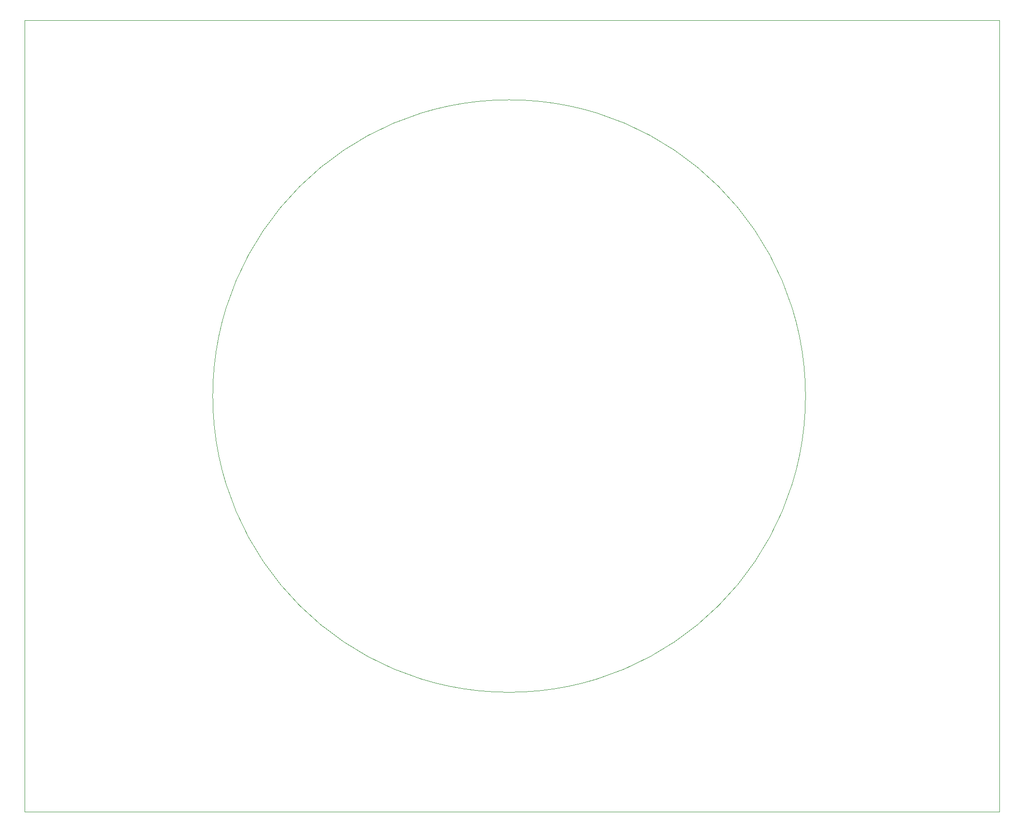
<source format=gbr>
%TF.GenerationSoftware,KiCad,Pcbnew,(6.0.11)*%
%TF.CreationDate,2023-02-05T17:58:31-05:00*%
%TF.ProjectId,arena_06-08,6172656e-615f-4303-962d-30382e6b6963,rev?*%
%TF.SameCoordinates,Original*%
%TF.FileFunction,Profile,NP*%
%FSLAX46Y46*%
G04 Gerber Fmt 4.6, Leading zero omitted, Abs format (unit mm)*
G04 Created by KiCad (PCBNEW (6.0.11)) date 2023-02-05 17:58:31*
%MOMM*%
%LPD*%
G01*
G04 APERTURE LIST*
%TA.AperFunction,Profile*%
%ADD10C,0.100000*%
%TD*%
G04 APERTURE END LIST*
D10*
X65000000Y-34000000D02*
X236000000Y-34000000D01*
X236000000Y-34000000D02*
X236000000Y-173000000D01*
X236000000Y-173000000D02*
X65000000Y-173000000D01*
X65000000Y-173000000D02*
X65000000Y-34000000D01*
X170150001Y-72200000D02*
G75*
G03*
X170150001Y-72200000I-1J0D01*
G01*
X202000000Y-100000000D02*
G75*
G03*
X202000000Y-100000000I-52000000J0D01*
G01*
M02*

</source>
